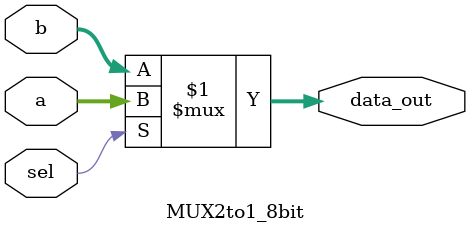
<source format=v>
`timescale 1ns / 1ps

module MUX2to1_8bit(a,b,sel,data_out);

input [7:0] a;
input [7:0] b;
input sel;
output [7:0] data_out;

assign data_out = sel? a:b ;  

endmodule

</source>
